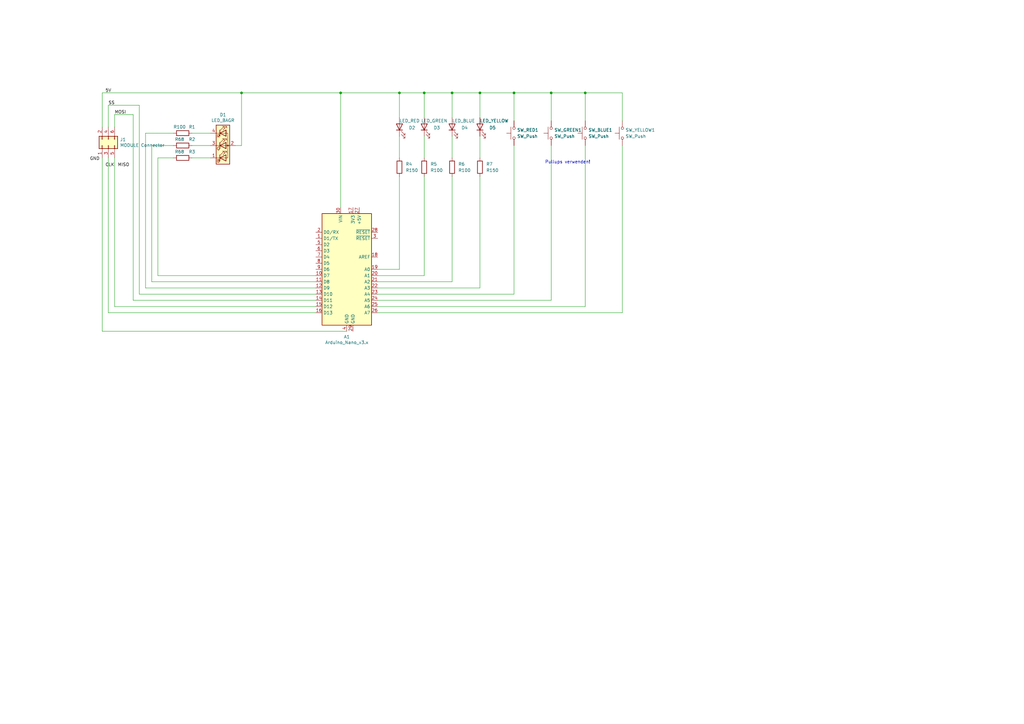
<source format=kicad_sch>
(kicad_sch (version 20211123) (generator eeschema)
  (paper "A3")
  (lib_symbols
    (symbol "Connector_Generic:Conn_02x03_Odd_Even" (pin_names (offset 1.016) hide)
      (property "Reference" "J" (at 1.27 5.08 0))
      (property "Value" "Conn_02x03_Odd_Even" (at 1.27 -5.08 0))
      (symbol "Conn_02x03_Odd_Even_1_1"
        (rectangle (start -1.27 -2.413) (end 0 -2.667) (stroke (width 0.1524)))
        (rectangle (start -1.27 0.127) (end 0 -0.127) (stroke (width 0.1524)))
        (rectangle (start -1.27 2.667) (end 0 2.413) (stroke (width 0.1524)))
        (rectangle (start -1.27 3.81) (end 3.81 -3.81) (stroke (width 0.254)) (fill (type background)))
        (rectangle (start 3.81 -2.413) (end 2.54 -2.667) (stroke (width 0.1524)))
        (rectangle (start 3.81 0.127) (end 2.54 -0.127) (stroke (width 0.1524)))
        (rectangle (start 3.81 2.667) (end 2.54 2.413) (stroke (width 0.1524)))
        (pin passive line (at -5.08 2.54 0) (length 3.81) (name "Pin_1") (number "1"))
        (pin passive line (at 7.62 2.54 180) (length 3.81) (name "Pin_2") (number "2"))
        (pin passive line (at -5.08 0 0) (length 3.81) (name "Pin_3") (number "3"))
        (pin passive line (at 7.62 0 180) (length 3.81) (name "Pin_4") (number "4"))
        (pin passive line (at -5.08 -2.54 0) (length 3.81) (name "Pin_5") (number "5"))
        (pin passive line (at 7.62 -2.54 180) (length 3.81) (name "Pin_6") (number "6"))
      )
    )
    (symbol "Device:LED" (pin_numbers hide) (pin_names (offset 1.016) hide)
      (property "Reference" "D" (at 0 2.54 0))
      (property "Value" "LED" (at 0 -2.54 0))
      (symbol "LED_0_1"
        (polyline (pts (xy -1.27 -1.27) (xy -1.27 1.27)) (stroke (width 0.254)))
        (polyline (pts (xy -1.27 0) (xy 1.27 0)))
        (polyline (pts (xy 1.27 -1.27) (xy 1.27 1.27) (xy -1.27 0) (xy 1.27 -1.27)) (stroke (width 0.254)))
        (polyline (pts (xy -3.048 -0.762) (xy -4.572 -2.286) (xy -3.81 -2.286) (xy -4.572 -2.286) (xy -4.572 -1.524)))
        (polyline (pts (xy -1.778 -0.762) (xy -3.302 -2.286) (xy -2.54 -2.286) (xy -3.302 -2.286) (xy -3.302 -1.524)))
      )
      (symbol "LED_1_1"
        (pin passive line (at -3.81 0 0) (length 2.54) (name "K") (number "1"))
        (pin passive line (at 3.81 0 180) (length 2.54) (name "A") (number "2"))
      )
    )
    (symbol "Device:LED_BAGR" (pin_names (offset 0) hide)
      (property "Reference" "D" (at 0 9.398 0))
      (property "Value" "LED_BAGR" (at 0 -8.89 0))
      (symbol "LED_BAGR_0_0"
        (text "B" (at -1.905 -6.35 0) (effects (font (size 1.27 1.27))))
        (text "G" (at -1.905 -1.27 0) (effects (font (size 1.27 1.27))))
        (text "R" (at -1.905 3.81 0) (effects (font (size 1.27 1.27))))
      )
      (symbol "LED_BAGR_0_1"
        (polyline (pts (xy -1.27 -5.08) (xy -2.54 -5.08)))
        (polyline (pts (xy -1.27 -5.08) (xy 1.27 -5.08)))
        (polyline (pts (xy -1.27 -3.81) (xy -1.27 -6.35)) (stroke (width 0.254)))
        (polyline (pts (xy -1.27 0) (xy -2.54 0)))
        (polyline (pts (xy -1.27 1.27) (xy -1.27 -1.27)) (stroke (width 0.254)))
        (polyline (pts (xy -1.27 5.08) (xy -2.54 5.08)))
        (polyline (pts (xy -1.27 5.08) (xy 1.27 5.08)))
        (polyline (pts (xy -1.27 6.35) (xy -1.27 3.81)) (stroke (width 0.254)))
        (polyline (pts (xy 1.27 0) (xy -1.27 0)))
        (polyline (pts (xy 1.27 0) (xy 2.54 0)))
        (polyline (pts (xy -1.27 1.27) (xy -1.27 -1.27) (xy -1.27 -1.27)))
        (polyline (pts (xy -1.27 6.35) (xy -1.27 3.81) (xy -1.27 3.81)))
        (polyline (pts (xy 1.27 -5.08) (xy 2.032 -5.08) (xy 2.032 5.08) (xy 1.27 5.08)))
        (polyline (pts (xy 1.27 -3.81) (xy 1.27 -6.35) (xy -1.27 -5.08) (xy 1.27 -3.81)) (stroke (width 0.254)))
        (polyline (pts (xy 1.27 1.27) (xy 1.27 -1.27) (xy -1.27 0) (xy 1.27 1.27)) (stroke (width 0.254)))
        (polyline (pts (xy 1.27 6.35) (xy 1.27 3.81) (xy -1.27 5.08) (xy 1.27 6.35)) (stroke (width 0.254)))
        (polyline (pts (xy -1.016 -3.81) (xy 0.508 -2.286) (xy -0.254 -2.286) (xy 0.508 -2.286) (xy 0.508 -3.048)))
        (polyline (pts (xy -1.016 1.27) (xy 0.508 2.794) (xy -0.254 2.794) (xy 0.508 2.794) (xy 0.508 2.032)))
        (polyline (pts (xy -1.016 6.35) (xy 0.508 7.874) (xy -0.254 7.874) (xy 0.508 7.874) (xy 0.508 7.112)))
        (polyline (pts (xy 0 -3.81) (xy 1.524 -2.286) (xy 0.762 -2.286) (xy 1.524 -2.286) (xy 1.524 -3.048)))
        (polyline (pts (xy 0 1.27) (xy 1.524 2.794) (xy 0.762 2.794) (xy 1.524 2.794) (xy 1.524 2.032)))
        (polyline (pts (xy 0 6.35) (xy 1.524 7.874) (xy 0.762 7.874) (xy 1.524 7.874) (xy 1.524 7.112)))
        (rectangle (start 1.27 -1.27) (end 1.27 1.27))
        (rectangle (start 1.27 1.27) (end 1.27 1.27))
        (rectangle (start 1.27 3.81) (end 1.27 6.35))
        (rectangle (start 1.27 6.35) (end 1.27 6.35))
        (circle (center 2.032 0) (radius 0.254) (fill (type outline)))
        (rectangle (start 2.794 8.382) (end -2.794 -7.62) (stroke (width 0.254)) (fill (type background)))
      )
      (symbol "LED_BAGR_1_1"
        (pin passive line (at -5.08 -5.08 0) (length 2.54) (name "BK") (number "1"))
        (pin passive line (at 5.08 0 180) (length 2.54) (name "A") (number "2"))
        (pin passive line (at -5.08 0 0) (length 2.54) (name "GK") (number "3"))
        (pin passive line (at -5.08 5.08 0) (length 2.54) (name "RK") (number "4"))
      )
    )
    (symbol "Device:R" (pin_numbers hide) (pin_names (offset 0))
      (property "Reference" "R" (at 2.032 0 90))
      (property "Value" "R" (at 0 0 90))
      (symbol "R_0_1"
        (rectangle (start -1.016 -2.54) (end 1.016 2.54) (stroke (width 0.254)))
      )
      (symbol "R_1_1"
        (pin passive line (at 0 3.81 270) (length 1.27) (name "~") (number "1"))
        (pin passive line (at 0 -3.81 90) (length 1.27) (name "~") (number "2"))
      )
    )
    (symbol "MCU_Module:Arduino_Nano_v3.x"
      (property "Reference" "A" (at -10.16 23.495 0))
      (property "Value" "Arduino_Nano_v3.x" (at 5.08 -24.13 0))
      (symbol "Arduino_Nano_v3.x_0_1"
        (rectangle (start -10.16 22.86) (end 10.16 -22.86) (stroke (width 0.254)) (fill (type background)))
      )
      (symbol "Arduino_Nano_v3.x_1_1"
        (pin bidirectional line (at -12.7 12.7 0) (length 2.54) (name "D1/TX") (number "1"))
        (pin bidirectional line (at -12.7 -2.54 0) (length 2.54) (name "D7") (number "10"))
        (pin bidirectional line (at -12.7 -5.08 0) (length 2.54) (name "D8") (number "11"))
        (pin bidirectional line (at -12.7 -7.62 0) (length 2.54) (name "D9") (number "12"))
        (pin bidirectional line (at -12.7 -10.16 0) (length 2.54) (name "D10") (number "13"))
        (pin bidirectional line (at -12.7 -12.7 0) (length 2.54) (name "D11") (number "14"))
        (pin bidirectional line (at -12.7 -15.24 0) (length 2.54) (name "D12") (number "15"))
        (pin bidirectional line (at -12.7 -17.78 0) (length 2.54) (name "D13") (number "16"))
        (pin power_out line (at 2.54 25.4 270) (length 2.54) (name "3V3") (number "17"))
        (pin input line (at 12.7 5.08 180) (length 2.54) (name "AREF") (number "18"))
        (pin bidirectional line (at 12.7 0 180) (length 2.54) (name "A0") (number "19"))
        (pin bidirectional line (at -12.7 15.24 0) (length 2.54) (name "D0/RX") (number "2"))
        (pin bidirectional line (at 12.7 -2.54 180) (length 2.54) (name "A1") (number "20"))
        (pin bidirectional line (at 12.7 -5.08 180) (length 2.54) (name "A2") (number "21"))
        (pin bidirectional line (at 12.7 -7.62 180) (length 2.54) (name "A3") (number "22"))
        (pin bidirectional line (at 12.7 -10.16 180) (length 2.54) (name "A4") (number "23"))
        (pin bidirectional line (at 12.7 -12.7 180) (length 2.54) (name "A5") (number "24"))
        (pin bidirectional line (at 12.7 -15.24 180) (length 2.54) (name "A6") (number "25"))
        (pin bidirectional line (at 12.7 -17.78 180) (length 2.54) (name "A7") (number "26"))
        (pin power_out line (at 5.08 25.4 270) (length 2.54) (name "+5V") (number "27"))
        (pin input line (at 12.7 15.24 180) (length 2.54) (name "~{RESET}") (number "28"))
        (pin power_in line (at 2.54 -25.4 90) (length 2.54) (name "GND") (number "29"))
        (pin input line (at 12.7 12.7 180) (length 2.54) (name "~{RESET}") (number "3"))
        (pin power_in line (at -2.54 25.4 270) (length 2.54) (name "VIN") (number "30"))
        (pin power_in line (at 0 -25.4 90) (length 2.54) (name "GND") (number "4"))
        (pin bidirectional line (at -12.7 10.16 0) (length 2.54) (name "D2") (number "5"))
        (pin bidirectional line (at -12.7 7.62 0) (length 2.54) (name "D3") (number "6"))
        (pin bidirectional line (at -12.7 5.08 0) (length 2.54) (name "D4") (number "7"))
        (pin bidirectional line (at -12.7 2.54 0) (length 2.54) (name "D5") (number "8"))
        (pin bidirectional line (at -12.7 0 0) (length 2.54) (name "D6") (number "9"))
      )
    )
    (symbol "Switch:SW_Push" (pin_numbers hide) (pin_names (offset 1.016) hide)
      (property "Reference" "SW" (at 1.27 2.54 0))
      (property "Value" "SW_Push" (at 0 -1.524 0))
      (symbol "SW_Push_0_1"
        (circle (center -2.032 0) (radius 0.508))
        (polyline (pts (xy 0 1.27) (xy 0 3.048)))
        (polyline (pts (xy 2.54 1.27) (xy -2.54 1.27)))
        (circle (center 2.032 0) (radius 0.508))
        (pin passive line (at -5.08 0 0) (length 2.54) (name "1") (number "1"))
        (pin passive line (at 5.08 0 180) (length 2.54) (name "2") (number "2"))
      )
    )
  )
  (junction (at 210.82 38.1))
  (junction (at 240.03 38.1))
  (junction (at 196.85 38.1))
  (junction (at 226.06 38.1))
  (junction (at 139.7 38.1))
  (junction (at 173.99 38.1))
  (junction (at 99.06 38.1))
  (junction (at 185.42 38.1))
  (junction (at 163.83 38.1))
  (wire (pts (xy 41.91 64.77) (xy 41.91 135.89)))
  (wire (pts (xy 226.06 59.69) (xy 226.06 123.19)))
  (wire (pts (xy 46.99 125.73) (xy 129.54 125.73)))
  (wire (pts (xy 185.42 72.39) (xy 185.42 115.57)))
  (wire (pts (xy 41.91 38.1) (xy 99.06 38.1)))
  (wire (pts (xy 154.94 123.19) (xy 226.06 123.19)))
  (wire (pts (xy 210.82 59.69) (xy 210.82 120.65)))
  (wire (pts (xy 173.99 38.1) (xy 173.99 48.26)))
  (wire (pts (xy 210.82 38.1) (xy 210.82 49.53)))
  (wire (pts (xy 62.23 59.69) (xy 62.23 115.57)))
  (wire (pts (xy 173.99 55.88) (xy 173.99 64.77)))
  (wire (pts (xy 59.69 118.11) (xy 129.54 118.11)))
  (wire (pts (xy 44.45 128.27) (xy 129.54 128.27)))
  (wire (pts (xy 163.83 55.88) (xy 163.83 64.77)))
  (wire (pts (xy 62.23 59.69) (xy 71.12 59.69)))
  (wire (pts (xy 185.42 55.88) (xy 185.42 64.77)))
  (wire (pts (xy 163.83 72.39) (xy 163.83 110.49)))
  (wire (pts (xy 46.99 64.77) (xy 46.99 125.73)))
  (wire (pts (xy 185.42 38.1) (xy 185.42 48.26)))
  (wire (pts (xy 163.83 38.1) (xy 173.99 38.1)))
  (wire (pts (xy 41.91 52.07) (xy 41.91 38.1)))
  (wire (pts (xy 64.77 64.77) (xy 64.77 113.03)))
  (wire (pts (xy 99.06 38.1) (xy 139.7 38.1)))
  (wire (pts (xy 44.45 43.18) (xy 57.15 43.18)))
  (wire (pts (xy 226.06 38.1) (xy 226.06 49.53)))
  (wire (pts (xy 196.85 38.1) (xy 196.85 48.26)))
  (wire (pts (xy 62.23 115.57) (xy 129.54 115.57)))
  (wire (pts (xy 46.99 46.99) (xy 54.61 46.99)))
  (wire (pts (xy 78.74 64.77) (xy 86.36 64.77)))
  (wire (pts (xy 96.52 59.69) (xy 99.06 59.69)))
  (wire (pts (xy 139.7 38.1) (xy 139.7 85.09)))
  (wire (pts (xy 64.77 64.77) (xy 71.12 64.77)))
  (wire (pts (xy 139.7 38.1) (xy 163.83 38.1)))
  (wire (pts (xy 54.61 46.99) (xy 54.61 123.19)))
  (wire (pts (xy 154.94 125.73) (xy 240.03 125.73)))
  (wire (pts (xy 57.15 43.18) (xy 57.15 120.65)))
  (wire (pts (xy 173.99 72.39) (xy 173.99 113.03)))
  (wire (pts (xy 154.94 118.11) (xy 196.85 118.11)))
  (wire (pts (xy 64.77 113.03) (xy 129.54 113.03)))
  (wire (pts (xy 196.85 72.39) (xy 196.85 118.11)))
  (wire (pts (xy 99.06 59.69) (xy 99.06 38.1)))
  (wire (pts (xy 154.94 113.03) (xy 173.99 113.03)))
  (wire (pts (xy 240.03 38.1) (xy 255.27 38.1)))
  (wire (pts (xy 59.69 54.61) (xy 71.12 54.61)))
  (wire (pts (xy 44.45 52.07) (xy 44.45 43.18)))
  (wire (pts (xy 57.15 120.65) (xy 129.54 120.65)))
  (wire (pts (xy 59.69 54.61) (xy 59.69 118.11)))
  (wire (pts (xy 240.03 38.1) (xy 240.03 49.53)))
  (wire (pts (xy 226.06 38.1) (xy 240.03 38.1)))
  (wire (pts (xy 154.94 120.65) (xy 210.82 120.65)))
  (wire (pts (xy 210.82 38.1) (xy 226.06 38.1)))
  (wire (pts (xy 196.85 38.1) (xy 210.82 38.1)))
  (wire (pts (xy 154.94 128.27) (xy 255.27 128.27)))
  (wire (pts (xy 41.91 135.89) (xy 142.24 135.89)))
  (wire (pts (xy 78.74 54.61) (xy 86.36 54.61)))
  (wire (pts (xy 240.03 59.69) (xy 240.03 125.73)))
  (wire (pts (xy 255.27 59.69) (xy 255.27 128.27)))
  (wire (pts (xy 54.61 123.19) (xy 129.54 123.19)))
  (wire (pts (xy 44.45 64.77) (xy 44.45 128.27)))
  (wire (pts (xy 185.42 38.1) (xy 196.85 38.1)))
  (wire (pts (xy 154.94 110.49) (xy 163.83 110.49)))
  (wire (pts (xy 154.94 115.57) (xy 185.42 115.57)))
  (wire (pts (xy 255.27 38.1) (xy 255.27 49.53)))
  (wire (pts (xy 196.85 55.88) (xy 196.85 64.77)))
  (wire (pts (xy 173.99 38.1) (xy 185.42 38.1)))
  (wire (pts (xy 78.74 59.69) (xy 86.36 59.69)))
  (wire (pts (xy 46.99 52.07) (xy 46.99 46.99)))
  (wire (pts (xy 163.83 38.1) (xy 163.83 48.26)))
  (text "Pullups verwenden!" (at 223.52 67.31 0) (effects (font (size 1.27 1.27)) (justify left bottom)))
  (label "SS" (at 44.45 43.18 0))
  (label "CLK" (at 43.18 68.58 0))
  (label "MISO" (at 48.26 68.58 0))
  (label "5V" (at 43.18 38.1 0))
  (label "GND" (at 36.83 66.04 0))
  (label "MOSI" (at 46.99 46.99 0))
  (symbol (lib_id "Connector_Generic:Conn_02x03_Odd_Even") (at 44.45 59.69 90) (unit 1)
    (property "Reference" "J1" (at 49.2252 57.2516 90) (effects (justify right)))
    (property "Value" "MODULE Connector" (at 49.2252 59.563 90) (effects (justify right)))
  )
  (symbol (lib_id "MCU_Module:Arduino_Nano_v3.x") (at 142.24 110.49 0) (unit 1)
    (property "Reference" "A1" (at 142.24 138.1506 0))
    (property "Value" "Arduino_Nano_v3.x" (at 142.24 140.462 0))
    (property "Footprint" "Module:Arduino_Nano" (effects hide))
    (property "Datasheet" "http://www.mouser.com/pdfdocs/Gravitech_Arduino_Nano3_0.pdf" (effects hide))
  )
  (symbol (lib_id "Device:LED_BAGR") (at 91.44 59.69 0) (unit 1)
    (property "Reference" "D1" (at 91.44 47.0662 0))
    (property "Value" "LED_BAGR" (at 91.44 49.3776 0))
  )
  (symbol (lib_id "Device:R") (at 74.93 59.69 270) (unit 1)
    (property "Reference" "R2" (at 78.74 57.15 90))
    (property "Value" "R68" (at 73.66 57.15 90))
  )
  (symbol (lib_id "Device:R") (at 74.93 64.77 270) (unit 1)
    (property "Reference" "R3" (at 78.74 62.23 90))
    (property "Value" "R68" (at 73.66 62.23 90))
  )
  (symbol (lib_id "Device:LED") (at 163.83 52.07 90) (unit 1)
    (property "Reference" "D2" (at 167.64 52.3874 90) (effects (justify right)))
    (property "Value" "LED_RED" (at 163.83 49.53 90) (effects (justify right)))
  )
  (symbol (lib_id "Switch:SW_Push") (at 240.03 54.61 90) (unit 1)
    (property "Reference" "SW_BLUE1" (at 241.3 53.3399 90) (effects (justify right)))
    (property "Value" "SW_Push" (at 241.3 55.8799 90) (effects (justify right)))
  )
  (symbol (lib_id "Device:R") (at 173.99 68.58 0) (unit 1)
    (property "Reference" "R5" (at 176.53 67.3099 0) (effects (justify left)))
    (property "Value" "R100" (at 176.53 69.8499 0) (effects (justify left)))
  )
  (symbol (lib_id "Switch:SW_Push") (at 210.82 54.61 90) (unit 1)
    (property "Reference" "SW_RED1" (at 212.09 53.3399 90) (effects (justify right)))
    (property "Value" "SW_Push" (at 212.09 55.8799 90) (effects (justify right)))
  )
  (symbol (lib_id "Switch:SW_Push") (at 226.06 54.61 90) (unit 1)
    (property "Reference" "SW_GREEN1" (at 227.33 53.3399 90) (effects (justify right)))
    (property "Value" "SW_Push" (at 227.33 55.8799 90) (effects (justify right)))
  )
  (symbol (lib_id "Device:R") (at 74.93 54.61 270) (unit 1)
    (property "Reference" "R1" (at 78.74 52.07 90))
    (property "Value" "R100" (at 73.66 52.07 90))
  )
  (symbol (lib_id "Switch:SW_Push") (at 255.27 54.61 90) (unit 1)
    (property "Reference" "SW_YELLOW1" (at 256.54 53.3399 90) (effects (justify right)))
    (property "Value" "SW_Push" (at 256.54 55.8799 90) (effects (justify right)))
  )
  (symbol (lib_id "Device:R") (at 163.83 68.58 0) (unit 1)
    (property "Reference" "R4" (at 166.37 67.3099 0) (effects (justify left)))
    (property "Value" "R150" (at 166.37 69.8499 0) (effects (justify left)))
  )
  (symbol (lib_id "Device:LED") (at 173.99 52.07 90) (unit 1)
    (property "Reference" "D3" (at 177.8 52.3874 90) (effects (justify right)))
    (property "Value" "LED_GREEN" (at 172.72 49.53 90) (effects (justify right)))
  )
  (symbol (lib_id "Device:R") (at 196.85 68.58 0) (unit 1)
    (property "Reference" "R7" (at 199.39 67.3099 0) (effects (justify left)))
    (property "Value" "R150" (at 199.39 69.8499 0) (effects (justify left)))
  )
  (symbol (lib_id "Device:LED") (at 196.85 52.07 90) (unit 1)
    (property "Reference" "D5" (at 200.66 52.3874 90) (effects (justify right)))
    (property "Value" "LED_YELLOW" (at 196.85 49.53 90) (effects (justify right)))
  )
  (symbol (lib_id "Device:R") (at 185.42 68.58 0) (unit 1)
    (property "Reference" "R6" (at 187.96 67.3099 0) (effects (justify left)))
    (property "Value" "R100" (at 187.96 69.8499 0) (effects (justify left)))
  )
  (symbol (lib_id "Device:LED") (at 185.42 52.07 90) (unit 1)
    (property "Reference" "D4" (at 189.23 52.3874 90) (effects (justify right)))
    (property "Value" "LED_BLUE" (at 185.42 49.53 90) (effects (justify right)))
  )
)
</source>
